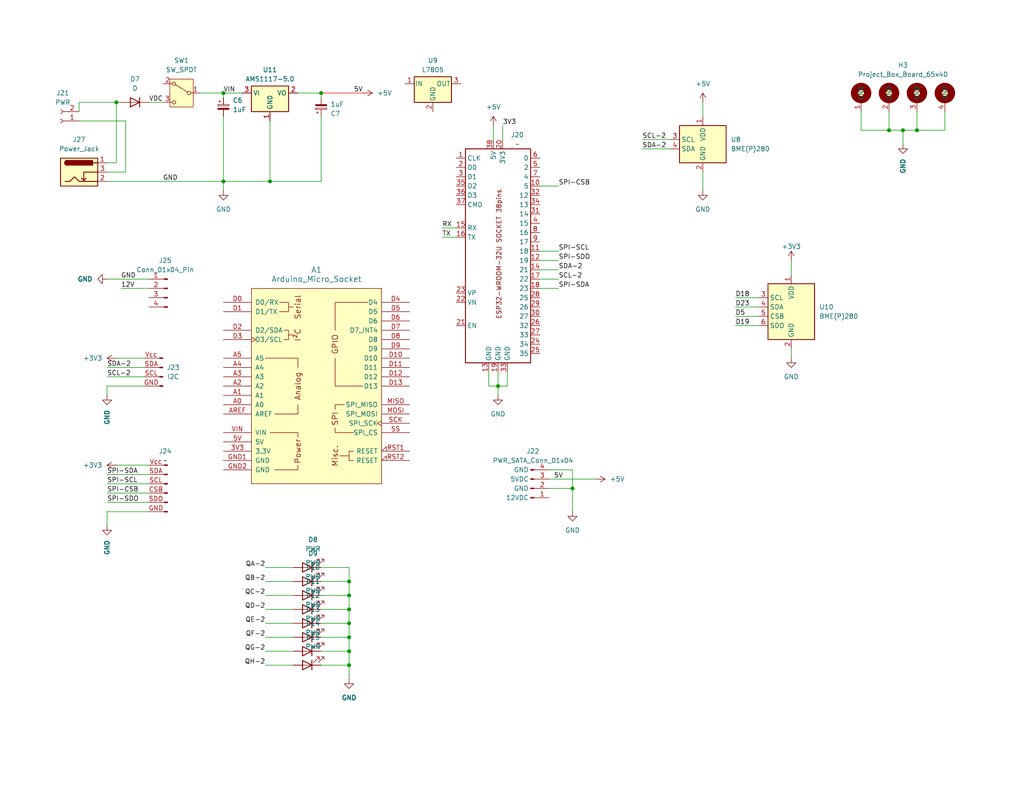
<source format=kicad_sch>
(kicad_sch (version 20231120) (generator "eeschema") (generator_version "8.0")
  (paper "USLetter")
  (title_block (title "ESP32 Sensor Node") (date "2024-07-03") (rev "v2.0") (comment 1 "ESP32-WROOM-32U DevKit"))
  (lib_symbols
    (symbol "+3V3_2" (power) (pin_numbers hide) (pin_names (offset 0) hide)
      (property "Value" "+3V3" (at 0 3.556 0))
      (symbol "+3V3_2_0_1"
        (polyline (pts (xy -0.762 1.27) (xy 0 2.54)))
        (polyline (pts (xy 0 0) (xy 0 2.54)))
        (polyline (pts (xy 0 2.54) (xy 0.762 1.27)))
      )
      (symbol "+3V3_2_1_1"
        (pin power_in line (at 0 0 90) (length 0) (name "~") (number "1"))
      )
    )
    (symbol "+5V_2" (power) (pin_numbers hide) (pin_names (offset 0) hide)
      (property "Value" "+5V" (at 0 3.556 0))
      (symbol "+5V_2_0_1"
        (polyline (pts (xy -0.762 1.27) (xy 0 2.54)))
        (polyline (pts (xy 0 0) (xy 0 2.54)))
        (polyline (pts (xy 0 2.54) (xy 0.762 1.27)))
      )
      (symbol "+5V_2_1_1"
        (pin power_in line (at 0 0 90) (length 0) (name "~") (number "1"))
      )
    )
    (symbol "Alexander Symbol Library:BME(P)280"
      (property "Reference" "U" (at -7.62 10.16 0))
      (property "Value" "BME(P)280" (at 5.08 10.16 0))
      (symbol "BME(P)280_0_1"
        (rectangle (start -7.62 7.62) (end 5.08 -2.54) (stroke (width 0.254)) (fill (type background)))
      )
      (symbol "BME(P)280_1_1"
        (pin power_in line (at -1.27 10.16 270) (length 2.54) (name "VDD") (number "1"))
        (pin power_out line (at -1.27 -5.08 90) (length 2.54) (name "GND") (number "2"))
        (pin input line (at -10.16 3.81 0) (length 2.54) (name "SCL") (number "3"))
        (pin bidirectional line (at -10.16 1.27 0) (length 2.54) (name "SDA") (number "4"))
      )
    )
    (symbol "Alexander Symbol Library:ESP32-WROOM-32U-38pins"
      (property "Reference" "J20" (at 13.6241 62.23 0))
      (property "Value" "~" (at 13.6241 59.69 0))
      (symbol "ESP32-WROOM-32U-38pins_0_1"
        (rectangle (start 0 58.42) (end 17.78 0) (stroke (width 0.254)))
      )
      (symbol "ESP32-WROOM-32U-38pins_1_1"
        (text "ESP32-WROOM-32U SOCKET 38pins" (at 9.144 29.718 900) (effects (font (size 1.27 1.27))))
        (pin input line (at -2.54 55.88 0) (length 2.54) (name "CLK") (number "1"))
        (pin bidirectional line (at 20.32 48.26 180) (length 2.54) (name "5") (number "10"))
        (pin bidirectional line (at 20.32 30.48 180) (length 2.54) (name "18") (number "11"))
        (pin bidirectional line (at 20.32 27.94 180) (length 2.54) (name "19") (number "12"))
        (pin power_out line (at 6.35 -2.54 90) (length 2.54) (name "GND") (number "13"))
        (pin bidirectional line (at 20.32 25.4 180) (length 2.54) (name "21") (number "14"))
        (pin bidirectional line (at -2.54 36.83 0) (length 2.54) (name "RX") (number "15"))
        (pin bidirectional line (at -2.54 34.29 0) (length 2.54) (name "TX") (number "16"))
        (pin bidirectional line (at 20.32 22.86 180) (length 2.54) (name "22") (number "17"))
        (pin bidirectional line (at 20.32 20.32 180) (length 2.54) (name "23") (number "18"))
        (pin power_out line (at 8.89 -2.54 90) (length 2.54) (name "GND") (number "19"))
        (pin bidirectional line (at -2.54 53.34 0) (length 2.54) (name "D0") (number "2"))
        (pin power_in line (at 10.16 60.96 270) (length 2.54) (name "3V3") (number "20"))
        (pin bidirectional line (at -2.54 10.16 0) (length 2.54) (name "EN") (number "21"))
        (pin bidirectional line (at -2.54 16.51 0) (length 2.54) (name "VN") (number "22"))
        (pin bidirectional line (at -2.54 19.05 0) (length 2.54) (name "VP") (number "23"))
        (pin bidirectional line (at 20.32 5.08 180) (length 2.54) (name "34") (number "24"))
        (pin bidirectional line (at 20.32 2.54 180) (length 2.54) (name "35") (number "25"))
        (pin bidirectional line (at 20.32 10.16 180) (length 2.54) (name "32") (number "26"))
        (pin bidirectional line (at 20.32 7.62 180) (length 2.54) (name "33") (number "27"))
        (pin bidirectional line (at 20.32 17.78 180) (length 2.54) (name "25") (number "28"))
        (pin bidirectional line (at 20.32 15.24 180) (length 2.54) (name "26") (number "29"))
        (pin bidirectional line (at -2.54 50.8 0) (length 2.54) (name "D1") (number "3"))
        (pin bidirectional line (at 20.32 12.7 180) (length 2.54) (name "27") (number "30"))
        (pin bidirectional line (at 20.32 40.64 180) (length 2.54) (name "14") (number "31"))
        (pin bidirectional line (at 20.32 45.72 180) (length 2.54) (name "12") (number "32"))
        (pin power_out line (at 11.43 -2.54 90) (length 2.54) (name "GND") (number "33"))
        (pin bidirectional line (at 20.32 43.18 180) (length 2.54) (name "13") (number "34"))
        (pin bidirectional line (at -2.54 48.26 0) (length 2.54) (name "D2") (number "35"))
        (pin bidirectional line (at -2.54 45.72 0) (length 2.54) (name "D3") (number "36"))
        (pin bidirectional line (at -2.54 43.18 0) (length 2.54) (name "CMD") (number "37"))
        (pin power_in line (at 7.62 60.96 270) (length 2.54) (name "5V") (number "38"))
        (pin bidirectional line (at 20.32 38.1 180) (length 2.54) (name "15") (number "4"))
        (pin bidirectional line (at 20.32 53.34 180) (length 2.54) (name "2") (number "5"))
        (pin bidirectional line (at 20.32 55.88 180) (length 2.54) (name "0") (number "6"))
        (pin bidirectional line (at 20.32 50.8 180) (length 2.54) (name "4") (number "7"))
        (pin bidirectional line (at 20.32 35.56 180) (length 2.54) (name "16") (number "8"))
        (pin bidirectional line (at 20.32 33.02 180) (length 2.54) (name "17") (number "9"))
      )
    )
    (symbol "Alexander_Library_Symbols:BME(P)280"
      (property "Reference" "U" (at -7.62 10.16 0))
      (property "Value" "BME(P)280" (at 5.08 10.16 0))
      (symbol "BME(P)280_0_1"
        (rectangle (start -7.62 7.62) (end 5.08 -7.62) (stroke (width 0.254)) (fill (type background)))
      )
      (symbol "BME(P)280_1_1"
        (pin power_in line (at -1.27 10.16 270) (length 2.54) (name "VDD") (number "1"))
        (pin power_out line (at -1.27 -10.16 90) (length 2.54) (name "GND") (number "2"))
        (pin input line (at -10.16 3.81 0) (length 2.54) (name "SCL") (number "3"))
        (pin bidirectional line (at -10.16 1.27 0) (length 2.54) (name "SDA") (number "4"))
        (pin input line (at -10.16 -1.27 0) (length 2.54) (name "CSB") (number "5"))
        (pin input line (at -10.16 -3.81 0) (length 2.54) (name "SDO") (number "6"))
      )
    )
    (symbol "Alexander_Library_Symbols:Conn_I2C_01x04" (pin_names (offset 1.016) hide)
      (property "Reference" "J" (at 0 5.08 0))
      (property "Value" "I2C" (at 0 -7.62 0))
      (symbol "Conn_I2C_01x04_1_1"
        (polyline (pts (xy 1.27 -5.08) (xy 0.8636 -5.08)) (stroke (width 0.1524)))
        (polyline (pts (xy 1.27 -2.54) (xy 0.8636 -2.54)) (stroke (width 0.1524)))
        (polyline (pts (xy 1.27 0) (xy 0.8636 0)) (stroke (width 0.1524)))
        (polyline (pts (xy 1.27 2.54) (xy 0.8636 2.54)) (stroke (width 0.1524)))
        (rectangle (start 0.8636 -4.953) (end 0 -5.207) (stroke (width 0.1524)) (fill (type outline)))
        (rectangle (start 0.8636 -2.413) (end 0 -2.667) (stroke (width 0.1524)) (fill (type outline)))
        (rectangle (start 0.8636 0.127) (end 0 -0.127) (stroke (width 0.1524)) (fill (type outline)))
        (rectangle (start 0.8636 2.667) (end 0 2.413) (stroke (width 0.1524)) (fill (type outline)))
        (pin power_out line (at 5.08 -5.08 180) (length 3.81) (name "GND") (number "GND"))
        (pin bidirectional line (at 5.08 -2.54 180) (length 3.81) (name "SCL") (number "SCL"))
        (pin bidirectional line (at 5.08 0 180) (length 3.81) (name "SDA") (number "SDA"))
        (pin power_in line (at 5.08 2.54 180) (length 3.81) (name "VCC") (number "Vcc"))
      )
    )
    (symbol "Alexander_Library_Symbols:PWR_SATA_Conn_01x04" (pin_names (offset 1.778)) (exclude_from_sim yes)
      (property "Reference" "J" (at 0 -7.62 0))
      (property "Value" "PWR_SATA_Conn_01x04" (at 0 5.08 0))
      (symbol "PWR_SATA_Conn_01x04_1_1"
        (rectangle (start 0 -4.953) (end 0.8636 -5.207) (stroke (width 0.1524)) (fill (type outline)))
        (rectangle (start 0 -2.413) (end 0.8636 -2.667) (stroke (width 0.1524)) (fill (type outline)))
        (polyline (pts (xy 1.27 -5.08) (xy 0.8636 -5.08)) (stroke (width 0.1524)))
        (polyline (pts (xy 1.27 -2.54) (xy 0.8636 -2.54)) (stroke (width 0.1524)))
        (polyline (pts (xy 1.27 0) (xy 0.8636 0)) (stroke (width 0.1524)))
        (polyline (pts (xy 1.27 2.54) (xy 0.8636 2.54)) (stroke (width 0.1524)))
        (rectangle (start 0 0.127) (end 0.8636 -0.127) (stroke (width 0.1524)) (fill (type outline)))
        (rectangle (start 0 2.667) (end 0.8636 2.413) (stroke (width 0.1524)) (fill (type outline)))
        (pin passive line (at 5.08 -5.08 180) (length 3.81) (name "12VDC") (number "1"))
        (pin passive line (at 5.08 -2.54 180) (length 3.81) (name "GND") (number "2"))
        (pin passive line (at 5.08 0 180) (length 3.81) (name "5VDC") (number "3"))
        (pin passive line (at 5.08 2.54 180) (length 3.81) (name "GND") (number "4"))
      )
    )
    (symbol "Alexander_Library_Symbols:Project_Box_Board_65x40"
      (property "Reference" "H" (at 0 7.62 0))
      (property "Value" "Project_Box_Board_65x40" (at 0 5.08 0))
      (symbol "Project_Box_Board_65x40_0_1"
        (circle (center -11.43 -1.27) (radius 1.27) (fill (type background)))
        (circle (center -11.43 -1.27) (radius 1.7961) (stroke (width 2)))
        (circle (center -3.81 -1.27) (radius 1.27) (fill (type background)))
        (circle (center -3.81 -1.27) (radius 1.7961) (stroke (width 2)))
        (circle (center 3.81 -1.27) (radius 1.27) (fill (type background)))
        (circle (center 3.81 -1.27) (radius 1.7961) (stroke (width 2)))
        (circle (center 11.43 -1.27) (radius 1.27) (fill (type background)))
        (circle (center 11.43 -1.27) (radius 1.7961) (stroke (width 2)))
      )
      (symbol "Project_Box_Board_65x40_1_1"
        (pin passive line (at -11.43 -6.35 90) (length 2.54) (name "GND") (number "1"))
        (pin passive line (at -3.81 -6.35 90) (length 2.54) (name "GND") (number "2"))
        (pin passive line (at 3.81 -6.35 90) (length 2.54) (name "GND") (number "3"))
        (pin passive line (at 11.43 -6.35 90) (length 2.54) (name "GND") (number "4"))
      )
    )
    (symbol "Alexander_Library_Symbols:SW_SPDT" (pin_names (offset 0) hide)
      (property "Reference" "SW" (at 0 5.08 0))
      (property "Value" "SW_SPDT" (at 0 -5.08 0))
      (symbol "SW_SPDT_0_1"
        (circle (center -2.032 0) (radius 0.4572))
        (polyline (pts (xy -1.651 0.254) (xy 1.651 2.286)))
        (circle (center 2.032 -2.54) (radius 0.4572))
        (circle (center 2.032 2.54) (radius 0.4572))
      )
      (symbol "SW_SPDT_1_1"
        (rectangle (start -3.175 3.81) (end 3.175 -3.81) (fill (type background)))
        (pin passive line (at -5.08 0 0) (length 2.54) (name "COM") (number "1"))
        (pin passive line (at 5.08 2.54 180) (length 2.54) (name "A") (number "2"))
        (pin passive line (at 5.08 -2.54 180) (length 2.54) (name "B") (number "3"))
      )
    )
    (symbol "Conn_01x04_Pin_1" (pin_names (offset 1.016) hide)
      (property "Reference" "J" (at 0 5.08 0))
      (property "Value" "Conn_01x04_Pin" (at 0 -7.62 0))
      (symbol "Conn_01x04_Pin_1_1_1"
        (polyline (pts (xy 1.27 -5.08) (xy 0.8636 -5.08)) (stroke (width 0.1524)))
        (polyline (pts (xy 1.27 -2.54) (xy 0.8636 -2.54)) (stroke (width 0.1524)))
        (polyline (pts (xy 1.27 0) (xy 0.8636 0)) (stroke (width 0.1524)))
        (polyline (pts (xy 1.27 2.54) (xy 0.8636 2.54)) (stroke (width 0.1524)))
        (rectangle (start 0.8636 -4.953) (end 0 -5.207) (stroke (width 0.1524)) (fill (type outline)))
        (rectangle (start 0.8636 -2.413) (end 0 -2.667) (stroke (width 0.1524)) (fill (type outline)))
        (rectangle (start 0.8636 0.127) (end 0 -0.127) (stroke (width 0.1524)) (fill (type outline)))
        (rectangle (start 0.8636 2.667) (end 0 2.413) (stroke (width 0.1524)) (fill (type outline)))
        (pin passive line (at 5.08 2.54 180) (length 3.81) (name "Pin_1") (number "1"))
        (pin passive line (at 5.08 0 180) (length 3.81) (name "Pin_2") (number "2"))
        (pin passive line (at 5.08 -2.54 180) (length 3.81) (name "Pin_3") (number "3"))
        (pin passive line (at 5.08 -5.08 180) (length 3.81) (name "Pin_4") (number "4"))
      )
    )
    (symbol "Conn_SPI_1" (pin_names hide)
      (property "Reference" "J" (at 0 0 0))
      (symbol "Conn_SPI_1_1_1"
        (polyline (pts (xy 1.27 5.08) (xy 0.8636 5.08)) (stroke (width 0.1524)))
        (polyline (pts (xy 1.27 7.62) (xy 0.8636 7.62)) (stroke (width 0.1524)))
        (polyline (pts (xy 1.27 10.16) (xy 0.8636 10.16)) (stroke (width 0.1524)))
        (polyline (pts (xy 1.27 12.7) (xy 0.8636 12.7)) (stroke (width 0.1524)))
        (polyline (pts (xy 1.27 15.24) (xy 0.8636 15.24)) (stroke (width 0.1524)))
        (polyline (pts (xy 1.27 17.78) (xy 0.8636 17.78)) (stroke (width 0.1524)))
        (rectangle (start 0 10.287) (end 0.8636 10.033) (stroke (width 0.1524)) (fill (type outline)))
        (rectangle (start 0 12.827) (end 0.8636 12.573) (stroke (width 0.1524)) (fill (type outline)))
        (rectangle (start 0.8636 5.207) (end 0 4.953) (stroke (width 0.1524)) (fill (type outline)))
        (rectangle (start 0.8636 7.747) (end 0 7.493) (stroke (width 0.1524)) (fill (type outline)))
        (rectangle (start 0.8636 15.367) (end 0 15.113) (stroke (width 0.1524)) (fill (type outline)))
        (rectangle (start 0.8636 17.907) (end 0 17.653) (stroke (width 0.1524)) (fill (type outline)))
        (pin bidirectional line (at 5.08 10.16 180) (length 3.81) (name "CSB") (number "CSB"))
        (pin power_out line (at 5.08 5.08 180) (length 3.81) (name "GND") (number "GND"))
        (pin bidirectional line (at 5.08 12.7 180) (length 3.81) (name "SCL") (number "SCL"))
        (pin bidirectional line (at 5.08 15.24 180) (length 3.81) (name "SDA") (number "SDA"))
        (pin bidirectional line (at 5.08 7.62 180) (length 3.81) (name "SDO") (number "SDO"))
        (pin power_in line (at 5.08 17.78 180) (length 3.81) (name "VCC") (number "Vcc"))
      )
    )
    (symbol "Connector:Barrel_Jack_Switch" (pin_names hide)
      (property "Reference" "J" (at 0 5.334 0))
      (property "Value" "Barrel_Jack_Switch" (at 0 -5.08 0))
      (symbol "Barrel_Jack_Switch_0_1"
        (rectangle (start -5.08 3.81) (end 5.08 -3.81) (stroke (width 0.254)) (fill (type background)))
        (arc (start -3.302 3.175) (mid -3.9343 2.54) (end -3.302 1.905) (stroke (width 0.254)))
        (arc (start -3.302 3.175) (mid -3.9343 2.54) (end -3.302 1.905) (stroke (width 0.254)) (fill (type outline)))
        (polyline (pts (xy 1.27 -2.286) (xy 1.905 -1.651)) (stroke (width 0.254)))
        (polyline (pts (xy 5.08 2.54) (xy 3.81 2.54)) (stroke (width 0.254)))
        (polyline (pts (xy 5.08 0) (xy 1.27 0) (xy 1.27 -2.286) (xy 0.635 -1.651)) (stroke (width 0.254)))
        (polyline (pts (xy -3.81 -2.54) (xy -2.54 -2.54) (xy -1.27 -1.27) (xy 0 -2.54) (xy 2.54 -2.54) (xy 5.08 -2.54)) (stroke (width 0.254)))
        (rectangle (start 3.683 3.175) (end -3.302 1.905) (stroke (width 0.254)) (fill (type outline)))
      )
      (symbol "Barrel_Jack_Switch_1_1"
        (pin passive line (at 7.62 2.54 180) (length 2.54) (name "~") (number "1"))
        (pin passive line (at 7.62 -2.54 180) (length 2.54) (name "~") (number "2"))
        (pin passive line (at 7.62 0 180) (length 2.54) (name "~") (number "3"))
      )
    )
    (symbol "Connector:Conn_01x02_Socket" (pin_names (offset 1.016) hide)
      (property "Reference" "J" (at 0 2.54 0))
      (property "Value" "Conn_01x02_Socket" (at 0 -5.08 0))
      (symbol "Conn_01x02_Socket_1_1"
        (arc (start 0 -2.032) (mid -0.5058 -2.54) (end 0 -3.048) (stroke (width 0.1524)))
        (polyline (pts (xy -1.27 -2.54) (xy -0.508 -2.54)) (stroke (width 0.1524)))
        (polyline (pts (xy -1.27 0) (xy -0.508 0)) (stroke (width 0.1524)))
        (arc (start 0 0.508) (mid -0.5058 0) (end 0 -0.508) (stroke (width 0.1524)))
        (pin passive line (at -5.08 0 0) (length 3.81) (name "Pin_1") (number "1"))
        (pin passive line (at -5.08 -2.54 0) (length 3.81) (name "Pin_2") (number "2"))
      )
    )
    (symbol "Device:C_Polarized_Small" (pin_numbers hide) (pin_names (offset 0.254) hide)
      (property "Reference" "C" (at 0.254 1.778 0))
      (property "Value" "C_Polarized_Small" (at 0.254 -2.032 0))
      (symbol "C_Polarized_Small_0_1"
        (rectangle (start -1.524 -0.3048) (end 1.524 -0.6858) (fill (type outline)))
        (rectangle (start -1.524 0.6858) (end 1.524 0.3048))
        (polyline (pts (xy -1.27 1.524) (xy -0.762 1.524)))
        (polyline (pts (xy -1.016 1.27) (xy -1.016 1.778)))
      )
      (symbol "C_Polarized_Small_1_1"
        (pin passive line (at 0 2.54 270) (length 1.8542) (name "~") (number "1"))
        (pin passive line (at 0 -2.54 90) (length 1.8542) (name "~") (number "2"))
      )
    )
    (symbol "Device:D" (pin_numbers hide) (pin_names (offset 1.016) hide)
      (property "Reference" "D" (at 0 2.54 0))
      (property "Value" "D" (at 0 -2.54 0))
      (symbol "D_0_1"
        (polyline (pts (xy -1.27 1.27) (xy -1.27 -1.27)) (stroke (width 0.254)))
        (polyline (pts (xy 1.27 0) (xy -1.27 0)))
        (polyline (pts (xy 1.27 1.27) (xy 1.27 -1.27) (xy -1.27 0) (xy 1.27 1.27)) (stroke (width 0.254)))
      )
      (symbol "D_1_1"
        (pin passive line (at -3.81 0 0) (length 2.54) (name "K") (number "1"))
        (pin passive line (at 3.81 0 180) (length 2.54) (name "A") (number "2"))
      )
    )
    (symbol "Device:LED" (pin_numbers hide) (pin_names (offset 1.016) hide)
      (property "Reference" "D" (at 0 2.54 0))
      (property "Value" "LED" (at 0 -2.54 0))
      (symbol "LED_0_1"
        (polyline (pts (xy -1.27 -1.27) (xy -1.27 1.27)) (stroke (width 0.254)))
        (polyline (pts (xy -1.27 0) (xy 1.27 0)))
        (polyline (pts (xy 1.27 -1.27) (xy 1.27 1.27) (xy -1.27 0) (xy 1.27 -1.27)) (stroke (width 0.254)))
        (polyline (pts (xy -3.048 -0.762) (xy -4.572 -2.286) (xy -3.81 -2.286) (xy -4.572 -2.286) (xy -4.572 -1.524)))
        (polyline (pts (xy -1.778 -0.762) (xy -3.302 -2.286) (xy -2.54 -2.286) (xy -3.302 -2.286) (xy -3.302 -1.524)))
      )
      (symbol "LED_1_1"
        (pin passive line (at -3.81 0 0) (length 2.54) (name "K") (number "1"))
        (pin passive line (at 3.81 0 180) (length 2.54) (name "A") (number "2"))
      )
    )
    (symbol "GND_4" (power) (pin_numbers hide) (pin_names (offset 0) hide)
      (property "Value" "GND" (at 0 -3.81 0))
      (symbol "GND_4_0_1"
        (polyline (pts (xy 0 0) (xy 0 -1.27) (xy 1.27 -1.27) (xy 0 -2.54) (xy -1.27 -1.27) (xy 0 -1.27)))
      )
      (symbol "GND_4_1_1"
        (pin power_in line (at 0 0 270) (length 0) (name "~") (number "1"))
      )
    )
    (symbol "GND_7" (power) (pin_numbers hide) (pin_names (offset 0) hide)
      (property "Value" "GND" (at 0 -3.81 0))
      (symbol "GND_7_0_1"
        (polyline (pts (xy 0 0) (xy 0 -1.27) (xy 1.27 -1.27) (xy 0 -2.54) (xy -1.27 -1.27) (xy 0 -1.27)))
      )
      (symbol "GND_7_1_1"
        (pin power_in line (at 0 0 270) (length 0) (name "~") (number "1"))
      )
    )
    (symbol "PCM_arduino-library:Arduino_Micro_Socket" (pin_names (offset 1.016))
      (property "Reference" "A" (at 0 33.02 0))
      (property "Value" "Arduino_Micro_Socket" (at 0 29.21 0))
      (symbol "Arduino_Micro_Socket_0_0"
        (rectangle (start -17.78 26.67) (end 17.78 -26.67) (fill (type background)))
        (polyline (pts (xy -7.62 13.97) (xy -6.35 13.97)))
        (polyline (pts (xy -7.62 21.59) (xy -6.35 21.59)))
        (polyline (pts (xy 8.89 -19.05) (xy 6.35 -19.05)))
        (polyline (pts (xy -11.43 -22.86) (xy -5.08 -22.86) (xy -5.08 -21.59)))
        (polyline (pts (xy -5.08 -13.97) (xy -5.08 -12.7) (xy -12.7 -12.7)))
        (polyline (pts (xy -5.08 -5.08) (xy -5.08 -7.62) (xy -11.43 -7.62)))
        (polyline (pts (xy -5.08 5.08) (xy -5.08 7.62) (xy -13.97 7.62)))
        (polyline (pts (xy 5.08 -11.43) (xy 5.08 -12.7) (xy 10.16 -12.7)))
        (polyline (pts (xy 5.08 7.62) (xy 5.08 0) (xy 12.7 0)))
        (polyline (pts (xy 7.62 -5.08) (xy 5.08 -5.08) (xy 5.08 -6.35)))
        (polyline (pts (xy 13.97 22.86) (xy 5.08 22.86) (xy 5.08 15.24)))
        (polyline (pts (xy -10.16 22.86) (xy -7.62 22.86) (xy -7.62 20.32) (xy -10.16 20.32)))
        (polyline (pts (xy -8.89 15.24) (xy -7.62 15.24) (xy -7.62 12.7) (xy -8.89 12.7)))
        (text "Analog" (at -5.08 0 900) (effects (font (size 1.524 1.524))))
        (text "I²C" (at -5.08 13.97 900) (effects (font (size 1.524 1.524))))
        (text "Misc." (at 5.08 -19.05 900) (effects (font (size 1.524 1.524))))
        (text "Power" (at -5.08 -17.78 900) (effects (font (size 1.524 1.524))))
        (text "Serial" (at -5.08 21.59 900) (effects (font (size 1.524 1.524))))
        (text "SPI" (at 5.08 -8.89 900) (effects (font (size 1.524 1.524))))
      )
      (symbol "Arduino_Micro_Socket_0_1"
        (polyline (pts (xy 10.16 -17.78) (xy 8.89 -17.78) (xy 8.89 -20.32) (xy 10.16 -20.32)))
      )
      (symbol "Arduino_Micro_Socket_1_0"
        (text "GPIO" (at 5.08 11.43 900) (effects (font (size 1.524 1.524))))
      )
      (symbol "Arduino_Micro_Socket_1_1"
        (pin power_out line (at -25.4 -17.78 0) (length 7.62) (name "3.3V") (number "3V3"))
        (pin power_in line (at -25.4 -15.24 0) (length 7.62) (name "5V") (number "5V"))
        (pin bidirectional line (at -25.4 -5.08 0) (length 7.62) (name "A0") (number "A0"))
        (pin bidirectional line (at -25.4 -2.54 0) (length 7.62) (name "A1") (number "A1"))
        (pin bidirectional line (at -25.4 0 0) (length 7.62) (name "A2") (number "A2"))
        (pin bidirectional line (at -25.4 2.54 0) (length 7.62) (name "A3") (number "A3"))
        (pin bidirectional line (at -25.4 5.08 0) (length 7.62) (name "A4") (number "A4"))
        (pin bidirectional line (at -25.4 7.62 0) (length 7.62) (name "A5") (number "A5"))
        (pin input line (at -25.4 -7.62 0) (length 7.62) (name "AREF") (number "AREF"))
        (pin bidirectional line (at -25.4 22.86 0) (length 7.62) (name "D0/RX") (number "D0"))
        (pin bidirectional line (at -25.4 20.32 0) (length 7.62) (name "D1/TX") (number "D1"))
        (pin bidirectional line (at 25.4 7.62 180) (length 7.62) (name "D10") (number "D10"))
        (pin bidirectional line (at 25.4 5.08 180) (length 7.62) (name "D11") (number "D11"))
        (pin bidirectional line (at 25.4 2.54 180) (length 7.62) (name "D12") (number "D12"))
        (pin bidirectional line (at 25.4 0 180) (length 7.62) (name "D13") (number "D13"))
        (pin bidirectional line (at -25.4 15.24 0) (length 7.62) (name "D2/SDA") (number "D2"))
        (pin bidirectional clock (at -25.4 12.7 0) (length 7.62) (name "D3/SCL") (number "D3"))
        (pin bidirectional line (at 25.4 22.86 180) (length 7.62) (name "D4") (number "D4"))
        (pin bidirectional line (at 25.4 20.32 180) (length 7.62) (name "D5") (number "D5"))
        (pin bidirectional line (at 25.4 17.78 180) (length 7.62) (name "D6") (number "D6"))
        (pin bidirectional line (at 25.4 15.24 180) (length 7.62) (name "D7_INT4") (number "D7"))
        (pin bidirectional line (at 25.4 12.7 180) (length 7.62) (name "D8") (number "D8"))
        (pin bidirectional line (at 25.4 10.16 180) (length 7.62) (name "D9") (number "D9"))
        (pin power_in line (at -25.4 -20.32 0) (length 7.62) (name "GND") (number "GND1"))
        (pin power_in line (at -25.4 -22.86 0) (length 7.62) (name "GND") (number "GND2"))
        (pin input line (at 25.4 -5.08 180) (length 7.62) (name "SPI_MISO") (number "MISO"))
        (pin output line (at 25.4 -7.62 180) (length 7.62) (name "SPI_MOSI") (number "MOSI"))
        (pin open_collector input_low (at 25.4 -17.78 180) (length 7.62) (name "RESET") (number "RST1"))
        (pin open_collector input_low (at 25.4 -20.32 180) (length 7.62) (name "RESET") (number "RST2"))
        (pin output clock (at 25.4 -10.16 180) (length 7.62) (name "SPI_SCK") (number "SCK"))
        (pin bidirectional line (at 25.4 -12.7 180) (length 7.62) (name "SPI_CS") (number "SS"))
        (pin power_in line (at -25.4 -12.7 0) (length 7.62) (name "VIN") (number "VIN"))
      )
    )
    (symbol "Regulator_Linear:AMS1117-5.0"
      (property "Reference" "U" (at -3.81 3.175 0))
      (property "Value" "AMS1117-5.0" (at 0 3.175 0))
      (symbol "AMS1117-5.0_0_1"
        (rectangle (start -5.08 -5.08) (end 5.08 1.905) (stroke (width 0.254)) (fill (type background)))
      )
      (symbol "AMS1117-5.0_1_1"
        (pin power_in line (at 0 -7.62 90) (length 2.54) (name "GND") (number "1"))
        (pin power_out line (at 7.62 0 180) (length 2.54) (name "VO") (number "2"))
        (pin power_in line (at -7.62 0 0) (length 2.54) (name "VI") (number "3"))
      )
    )
    (symbol "Regulator_Linear:L7805" (pin_names (offset 0.254))
      (property "Reference" "U4" (at 0 6.35 0))
      (property "Value" "L7805" (at 0 3.81 0))
      (symbol "L7805_0_1"
        (rectangle (start -5.08 1.905) (end 5.08 -5.08) (stroke (width 0.254)) (fill (type background)))
      )
      (symbol "L7805_1_1"
        (pin power_in line (at -7.62 0 0) (length 2.54) (name "IN") (number "1"))
        (pin power_in line (at 0 -7.62 90) (length 2.54) (name "GND") (number "2"))
        (pin power_out line (at 7.62 0 180) (length 2.54) (name "OUT") (number "3"))
      )
    )
    (symbol "power:+3V3" (power) (pin_names (offset 0))
      (property "Value" "+3V3" (at 0 3.556 0))
      (symbol "+3V3_0_1"
        (polyline (pts (xy -0.762 1.27) (xy 0 2.54)))
        (polyline (pts (xy 0 0) (xy 0 2.54)))
        (polyline (pts (xy 0 2.54) (xy 0.762 1.27)))
      )
      (symbol "+3V3_1_1"
        (pin power_in line (at 0 0 90) (length 0) hide (name "+3V3") (number "1"))
      )
    )
    (symbol "power:GND" (power) (pin_names (offset 0))
      (property "Value" "GND" (at 0 -3.81 0))
      (symbol "GND_0_1"
        (polyline (pts (xy 0 0) (xy 0 -1.27) (xy 1.27 -1.27) (xy 0 -2.54) (xy -1.27 -1.27) (xy 0 -1.27)))
      )
      (symbol "GND_1_1"
        (pin power_in line (at 0 0 270) (length 0) hide (name "GND") (number "1"))
      )
    )
  )
  (junction (at 95.25 158.75))
  (junction (at 95.25 166.37))
  (junction (at 242.57 35.56))
  (junction (at 95.25 162.56))
  (junction (at 87.63 25.4))
  (junction (at 95.25 177.8))
  (junction (at 250.19 35.56))
  (junction (at 135.89 105.41))
  (junction (at 156.21 133.35))
  (junction (at 31.75 27.94))
  (junction (at 95.25 173.99))
  (junction (at 95.25 181.61))
  (junction (at 95.25 170.18))
  (junction (at 60.96 49.53))
  (junction (at 73.66 49.53))
  (junction (at 246.38 35.56))
  (junction (at 60.96 25.4))
  (wire (pts (xy 29.21 134.62) (xy 40.64 134.62)))
  (wire (pts (xy 147.32 68.58) (xy 152.4 68.58)))
  (wire (pts (xy 95.25 181.61) (xy 95.25 185.42)))
  (wire (pts (xy 147.32 78.74) (xy 152.4 78.74)))
  (wire (pts (xy 87.63 166.37) (xy 95.25 166.37)))
  (wire (pts (xy 95.25 173.99) (xy 95.25 177.8)))
  (wire (pts (xy 73.66 49.53) (xy 73.66 33.02)))
  (wire (pts (xy 200.66 83.82) (xy 207.01 83.82)))
  (wire (pts (xy 60.96 25.4) (xy 66.04 25.4)))
  (wire (pts (xy 95.25 154.94) (xy 95.25 158.75)))
  (wire (pts (xy 246.38 39.37) (xy 246.38 35.56)))
  (wire (pts (xy 29.21 76.2) (xy 40.64 76.2)))
  (wire (pts (xy 134.62 34.29) (xy 134.62 38.1)))
  (wire (pts (xy 257.81 35.56) (xy 250.19 35.56)))
  (wire (pts (xy 147.32 50.8) (xy 152.4 50.8)))
  (wire (pts (xy 72.39 166.37) (xy 80.01 166.37)))
  (wire (pts (xy 133.35 105.41) (xy 135.89 105.41)))
  (wire (pts (xy 120.65 64.77) (xy 124.46 64.77)))
  (wire (pts (xy 147.32 76.2) (xy 152.4 76.2)))
  (wire (pts (xy 87.63 49.53) (xy 73.66 49.53)))
  (wire (pts (xy 257.81 30.48) (xy 257.81 35.56)))
  (wire (pts (xy 29.21 137.16) (xy 40.64 137.16)))
  (wire (pts (xy 72.39 181.61) (xy 80.01 181.61)))
  (wire (pts (xy 147.32 73.66) (xy 152.4 73.66)))
  (wire (pts (xy 191.77 46.99) (xy 191.77 52.07)))
  (wire (pts (xy 34.29 33.02) (xy 34.29 46.99)))
  (wire (pts (xy 135.89 105.41) (xy 135.89 107.95)))
  (wire (pts (xy 87.63 181.61) (xy 95.25 181.61)))
  (wire (pts (xy 60.96 52.07) (xy 60.96 49.53)))
  (wire (pts (xy 60.96 26.67) (xy 60.96 25.4)))
  (wire (pts (xy 72.39 158.75) (xy 80.01 158.75)))
  (wire (pts (xy 95.25 177.8) (xy 95.25 181.61)))
  (wire (pts (xy 215.9 95.25) (xy 215.9 97.79)))
  (wire (pts (xy 133.35 101.6) (xy 133.35 105.41)))
  (wire (pts (xy 156.21 128.27) (xy 156.21 133.35)))
  (wire (pts (xy 29.21 100.33) (xy 39.37 100.33)))
  (wire (pts (xy 72.39 173.99) (xy 80.01 173.99)))
  (wire (pts (xy 87.63 177.8) (xy 95.25 177.8)))
  (wire (pts (xy 87.63 158.75) (xy 95.25 158.75)))
  (wire (pts (xy 175.26 40.64) (xy 182.88 40.64)))
  (wire (pts (xy 156.21 133.35) (xy 156.21 139.7)))
  (wire (pts (xy 200.66 88.9) (xy 207.01 88.9)))
  (wire (pts (xy 149.86 130.81) (xy 162.56 130.81)))
  (wire (pts (xy 138.43 105.41) (xy 135.89 105.41)))
  (wire (pts (xy 29.21 44.45) (xy 31.75 44.45)))
  (wire (pts (xy 29.21 107.95) (xy 29.21 105.41)))
  (wire (pts (xy 21.59 30.48) (xy 21.59 27.94)))
  (wire (pts (xy 81.28 25.4) (xy 87.63 25.4)))
  (wire (pts (xy 87.63 25.4) (xy 87.63 26.67)))
  (wire (pts (xy 242.57 30.48) (xy 242.57 35.56)))
  (wire (pts (xy 34.29 46.99) (xy 29.21 46.99)))
  (wire (pts (xy 87.63 31.75) (xy 87.63 49.53)))
  (wire (pts (xy 31.75 44.45) (xy 31.75 27.94)))
  (wire (pts (xy 21.59 33.02) (xy 34.29 33.02)))
  (wire (pts (xy 60.96 49.53) (xy 73.66 49.53)))
  (wire (pts (xy 87.63 25.4) (xy 99.06 25.4)) (stroke (width 0) (color 255 0 0 1)))
  (wire (pts (xy 149.86 133.35) (xy 156.21 133.35)))
  (wire (pts (xy 95.25 166.37) (xy 95.25 170.18)))
  (wire (pts (xy 29.21 139.7) (xy 40.64 139.7)))
  (wire (pts (xy 31.75 97.79) (xy 39.37 97.79)))
  (wire (pts (xy 120.65 62.23) (xy 124.46 62.23)))
  (wire (pts (xy 215.9 71.12) (xy 215.9 74.93)))
  (wire (pts (xy 138.43 101.6) (xy 138.43 105.41)))
  (wire (pts (xy 21.59 27.94) (xy 31.75 27.94)))
  (wire (pts (xy 137.16 34.29) (xy 137.16 38.1)))
  (wire (pts (xy 72.39 162.56) (xy 80.01 162.56)))
  (wire (pts (xy 191.77 27.94) (xy 191.77 31.75)))
  (wire (pts (xy 54.61 25.4) (xy 60.96 25.4)))
  (wire (pts (xy 40.64 27.94) (xy 44.45 27.94)))
  (wire (pts (xy 147.32 71.12) (xy 152.4 71.12)))
  (wire (pts (xy 149.86 128.27) (xy 156.21 128.27)))
  (wire (pts (xy 250.19 35.56) (xy 246.38 35.56)))
  (wire (pts (xy 135.89 101.6) (xy 135.89 105.41)))
  (wire (pts (xy 31.75 127) (xy 40.64 127)))
  (wire (pts (xy 72.39 177.8) (xy 80.01 177.8)))
  (wire (pts (xy 60.96 31.75) (xy 60.96 49.53)))
  (wire (pts (xy 80.01 154.94) (xy 72.39 154.94)))
  (wire (pts (xy 95.25 170.18) (xy 95.25 173.99)))
  (wire (pts (xy 95.25 158.75) (xy 95.25 162.56)))
  (wire (pts (xy 200.66 86.36) (xy 207.01 86.36)))
  (wire (pts (xy 31.75 27.94) (xy 33.02 27.94)))
  (wire (pts (xy 200.66 81.28) (xy 207.01 81.28)))
  (wire (pts (xy 29.21 143.51) (xy 29.21 139.7)))
  (wire (pts (xy 242.57 35.56) (xy 246.38 35.56)))
  (wire (pts (xy 72.39 170.18) (xy 80.01 170.18)))
  (wire (pts (xy 175.26 38.1) (xy 182.88 38.1)))
  (wire (pts (xy 234.95 30.48) (xy 234.95 35.56)))
  (wire (pts (xy 95.25 162.56) (xy 95.25 166.37)))
  (wire (pts (xy 29.21 49.53) (xy 60.96 49.53)))
  (wire (pts (xy 87.63 162.56) (xy 95.25 162.56)))
  (wire (pts (xy 250.19 30.48) (xy 250.19 35.56)))
  (wire (pts (xy 87.63 173.99) (xy 95.25 173.99)))
  (wire (pts (xy 29.21 105.41) (xy 39.37 105.41)))
  (wire (pts (xy 87.63 154.94) (xy 95.25 154.94)))
  (wire (pts (xy 29.21 132.08) (xy 40.64 132.08)))
  (wire (pts (xy 33.02 78.74) (xy 40.64 78.74)))
  (wire (pts (xy 29.21 129.54) (xy 40.64 129.54)))
  (wire (pts (xy 29.21 102.87) (xy 39.37 102.87)))
  (wire (pts (xy 87.63 170.18) (xy 95.25 170.18)))
  (wire (pts (xy 234.95 35.56) (xy 242.57 35.56)))
  (label "SDA-2" (at 175.26 40.64 0))
  (label "SPI-SCL" (at 29.21 132.08 0))
  (label "5V" (at 96.52 25.4 0))
  (label "GND" (at 44.45 49.53 0))
  (label "QG-2" (at 72.39 177.8 180))
  (label "QA-2" (at 72.39 154.94 180))
  (label "SPI-CSB" (at 152.4 50.8 0))
  (label "QH-2" (at 72.39 181.61 180))
  (label "3V3" (at 137.16 34.29 0))
  (label "SCL-2" (at 152.4 76.2 0))
  (label "SPI-SDO" (at 152.4 71.12 0))
  (label "QF-2" (at 72.39 173.99 180))
  (label "VIN" (at 60.96 25.4 0))
  (label "QB-2" (at 72.39 158.75 180))
  (label "SPI-CSB" (at 29.21 134.62 0))
  (label "SPI-SDA" (at 152.4 78.74 0))
  (label "SPI-SDO" (at 29.21 137.16 0))
  (label "5V" (at 151.13 130.81 0))
  (label "SDA-2" (at 29.21 100.33 0))
  (label "D18" (at 200.66 81.28 0))
  (label "QD-2" (at 72.39 166.37 180))
  (label "D5" (at 200.66 86.36 0))
  (label "SCL-2" (at 29.21 102.87 0))
  (label "SDA-2" (at 152.4 73.66 0))
  (label "D23" (at 200.66 83.82 0))
  (label "SCL-2" (at 175.26 38.1 0))
  (label "GND" (at 33.02 76.2 0))
  (label "RX" (at 120.65 62.23 0))
  (label "TX" (at 120.65 64.77 0))
  (label "QE-2" (at 72.39 170.18 180))
  (label "QC-2" (at 72.39 162.56 180))
  (label "D19" (at 200.66 88.9 0))
  (label "SPI-SDA" (at 29.21 129.54 0))
  (label "SPI-SCL" (at 152.4 68.58 0))
  (label "12V" (at 33.02 78.74 0))
  (label "VDC" (at 40.64 27.94 0))
  (symbol (lib_id "Device:LED") (at 83.82 170.18 180) (unit 1) (on_board no)
    (property "Reference" "D12" (at 85.4075 162.56 0))
    (property "Value" "PWR" (at 85.4075 165.1 0))
    (property "Footprint" "LED_SMD:LED_1210_3225Metric_Pad1.42x2.65mm_HandSolder" (effects (hide yes)))
    (property "Description" "Light emitting diode" (effects (hide yes)))
  )
  (symbol (lib_name "GND_4") (lib_id "power:GND") (at 95.25 185.42 0) (unit 1)
    (property "Reference" "#PWR040" (effects (hide yes)))
    (property "Value" "GND" (at 95.25 190.5 0) (effects (font (bold yes))))
    (property "Description" "Power symbol creates a global label with name \"GND\" , ground" (effects (hide yes)))
  )
  (symbol (lib_id "Device:LED") (at 83.82 181.61 180) (unit 1) (on_board no)
    (property "Reference" "D15" (at 85.4075 173.99 0))
    (property "Value" "PWR" (at 85.4075 176.53 0))
    (property "Footprint" "LED_SMD:LED_1210_3225Metric_Pad1.42x2.65mm_HandSolder" (effects (hide yes)))
    (property "Description" "Light emitting diode" (effects (hide yes)))
  )
  (symbol (lib_id "Alexander_Library_Symbols:Conn_I2C_01x04") (at 44.45 100.33 0) (mirror y) (unit 1)
    (property "Reference" "J23" (at 47.244 100.33 0))
    (property "Value" "I2C" (at 47.244 102.87 0))
    (property "Footprint" "Alexander Footprint Library:Conn_I2C" (effects (hide yes)))
  )
  (symbol (lib_id "Alexander Symbol Library:ESP32-WROOM-32U-38pins") (at 127 99.06 0) (unit 1)
    (property "Reference" "J20" (at 139.3541 36.83 0) (effects (justify left)))
    (property "Value" "~" (at 140.6241 39.37 0) (effects (justify left)))
    (property "Footprint" "Alexander Footprint Library:Conn_ESP32_WROOM-DevKit-38pins" (effects (hide yes)))
    (property "Description" "Connector ESP32 WROOM 32D Module 38pins anthena" (effects (hide yes)))
  )
  (symbol (lib_id "Device:C_Polarized_Small") (at 60.96 29.21 0) (unit 1)
    (property "Reference" "C6" (at 63.5 27.3939 0) (effects (justify left)))
    (property "Value" "1uF" (at 63.5 29.9339 0) (effects (justify left)))
    (property "Footprint" "Capacitor_THT:CP_Radial_D4.0mm_P2.00mm" (effects (hide yes)))
  )
  (symbol (lib_id "Device:D") (at 36.83 27.94 180) (unit 1)
    (property "Reference" "D7" (at 36.83 21.59 0))
    (property "Value" "D" (at 36.83 24.13 0))
    (property "Footprint" "Diode_SMD:D_1210_3225Metric" (effects (hide yes)))
    (property "Description" "Diode" (effects (hide yes)))
    (property "Sim.Device" "D" (effects (hide yes)))
    (property "Sim.Pins" "1=K 2=A" (effects (hide yes)))
  )
  (symbol (lib_name "+5V_2") (lib_id "power:+5V") (at 99.06 25.4 270) (unit 1)
    (property "Reference" "#PWR039" (effects (hide yes)))
    (property "Value" "+5V" (at 102.87 25.3999 90) (effects (justify left)))
    (property "Description" "Power symbol creates a global label with name \"+5V\"" (effects (hide yes)))
  )
  (symbol (lib_id "Regulator_Linear:AMS1117-5.0") (at 73.66 25.4 0) (unit 1)
    (property "Reference" "U11" (at 73.66 19.05 0))
    (property "Value" "AMS1117-5.0" (at 73.66 21.59 0))
    (property "Footprint" "Package_TO_SOT_SMD:SOT-223-3_TabPin2" (effects (hide yes)))
    (property "Datasheet" "http://www.advanced-monolithic.com/pdf/ds1117.pdf" (effects (hide yes)))
    (property "Description" "1A Low Dropout regulator, positive, 5.0V fixed output, SOT-223" (effects (hide yes)))
  )
  (symbol (lib_id "power:GND") (at 29.21 76.2 270) (unit 1)
    (property "Reference" "#PWR036" (effects (hide yes)))
    (property "Value" "GND" (at 25.4 76.2 90) (effects (font (bold yes)) (justify right)))
  )
  (symbol (lib_id "Device:LED") (at 83.82 177.8 180) (unit 1) (on_board no)
    (property "Reference" "D14" (at 85.4075 170.18 0))
    (property "Value" "PWR" (at 85.4075 172.72 0))
    (property "Footprint" "LED_SMD:LED_1210_3225Metric_Pad1.42x2.65mm_HandSolder" (effects (hide yes)))
    (property "Description" "Light emitting diode" (effects (hide yes)))
  )
  (symbol (lib_name "+5V_2") (lib_id "power:+5V") (at 162.56 130.81 270) (unit 1)
    (property "Reference" "#PWR034" (effects (hide yes)))
    (property "Value" "+5V" (at 166.37 130.8099 90) (effects (justify left)))
    (property "Description" "Power symbol creates a global label with name \"+5V\"" (effects (hide yes)))
  )
  (symbol (lib_name "+5V_2") (lib_id "power:+5V") (at 191.77 27.94 0) (unit 1)
    (property "Reference" "#PWR031" (effects (hide yes)))
    (property "Value" "+5V" (at 191.77 22.86 0))
    (property "Description" "Power symbol creates a global label with name \"+5V\"" (effects (hide yes)))
  )
  (symbol (lib_id "power:+3V3") (at 31.75 97.79 90) (unit 1)
    (property "Reference" "#PWR038" (effects (hide yes)))
    (property "Value" "+3V3" (at 27.94 97.79 90) (effects (justify left)))
  )
  (symbol (lib_id "power:GND") (at 246.38 39.37 0) (unit 1)
    (property "Reference" "#PWR045" (effects (hide yes)))
    (property "Value" "GND" (at 246.38 43.18 90) (effects (font (bold yes)) (justify right)))
  )
  (symbol (lib_id "Device:LED") (at 83.82 166.37 180) (unit 1) (on_board no)
    (property "Reference" "D11" (at 85.4075 158.75 0))
    (property "Value" "PWR" (at 85.4075 161.29 0))
    (property "Footprint" "LED_SMD:LED_1210_3225Metric_Pad1.42x2.65mm_HandSolder" (effects (hide yes)))
    (property "Description" "Light emitting diode" (effects (hide yes)))
  )
  (symbol (lib_id "power:GND") (at 29.21 107.95 0) (unit 1)
    (property "Reference" "#PWR037" (effects (hide yes)))
    (property "Value" "GND" (at 29.21 111.76 90) (effects (font (bold yes)) (justify right)))
  )
  (symbol (lib_id "Regulator_Linear:L7805") (at 118.11 22.86 0) (unit 1)
    (property "Reference" "U9" (at 118.11 16.51 0))
    (property "Value" "L7805" (at 118.11 19.05 0))
    (property "Footprint" "Alexander Footprint Library:LD1117" (effects (hide yes)))
    (property "Datasheet" "datasheets/Voltage-Regulator_L7805.pdf" (effects (hide yes)))
    (property "Description" "Voltage Regulator 1.5A Positive" (effects (hide yes)))
  )
  (symbol (lib_id "PCM_arduino-library:Arduino_Micro_Socket") (at 86.36 105.41 0) (unit 1) (on_board no)
    (property "Reference" "A1" (at 86.36 73.66 0) (effects (font (size 1.524 1.524))))
    (property "Value" "Arduino_Micro_Socket" (at 86.36 76.2 0) (effects (font (size 1.524 1.524))))
    (property "Footprint" "PCM_arduino-library:Arduino_Micro_Socket" (effects (hide yes)))
    (property "Datasheet" "https://docs.arduino.cc/hardware/micro" (effects (hide yes)))
    (property "Description" "Socket for Arduino Micro" (effects (hide yes)))
  )
  (symbol (lib_id "power:GND") (at 191.77 52.07 0) (unit 1)
    (property "Reference" "#PWR032" (effects (hide yes)))
    (property "Value" "GND" (at 191.77 57.15 0))
  )
  (symbol (lib_id "power:GND") (at 29.21 143.51 0) (unit 1)
    (property "Reference" "#PWR041" (effects (hide yes)))
    (property "Value" "GND" (at 29.21 147.32 90) (effects (font (bold yes)) (justify right)))
  )
  (symbol (lib_name "Conn_01x04_Pin_1") (lib_id "Connector:Conn_01x04_Pin") (at 45.72 78.74 0) (mirror y) (unit 1)
    (property "Reference" "J25" (at 45.085 71.12 0))
    (property "Value" "Conn_01x04_Pin" (at 45.085 73.66 0))
    (property "Footprint" "Connector:FanPinHeader_1x04_P2.54mm_Vertical" (effects (hide yes)))
    (property "Description" "Generic connector, single row, 01x04, script generated" (effects (hide yes)))
  )
  (symbol (lib_name "GND_7") (lib_id "power:GND") (at 60.96 52.07 0) (unit 1)
    (property "Reference" "#PWR035" (effects (hide yes)))
    (property "Value" "GND" (at 60.96 57.15 0))
    (property "Description" "Power symbol creates a global label with name \"GND\" , ground" (effects (hide yes)))
  )
  (symbol (lib_id "Connector:Barrel_Jack_Switch") (at 21.59 46.99 0) (unit 1) (on_board no)
    (property "Reference" "J27" (at 21.59 38.1 0))
    (property "Value" "Power_Jack" (at 21.59 40.64 0))
    (property "Footprint" "Connector_BarrelJack:BarrelJack_Horizontal" (effects (hide yes)))
    (property "Description" "DC Barrel Jack with an internal switch" (effects (hide yes)))
  )
  (symbol (lib_name "GND_7") (lib_id "power:GND") (at 156.21 139.7 0) (unit 1)
    (property "Reference" "#PWR033" (effects (hide yes)))
    (property "Value" "GND" (at 156.21 144.78 0))
    (property "Description" "Power symbol creates a global label with name \"GND\" , ground" (effects (hide yes)))
  )
  (symbol (lib_id "Device:LED") (at 83.82 158.75 180) (unit 1) (on_board no)
    (property "Reference" "D9" (at 85.4075 151.13 0))
    (property "Value" "PWR" (at 85.4075 153.67 0))
    (property "Footprint" "LED_SMD:LED_1210_3225Metric_Pad1.42x2.65mm_HandSolder" (effects (hide yes)))
    (property "Description" "Light emitting diode" (effects (hide yes)))
  )
  (symbol (lib_id "Device:LED") (at 83.82 162.56 180) (unit 1) (on_board no)
    (property "Reference" "D10" (at 85.4075 154.94 0))
    (property "Value" "PWR" (at 85.4075 157.48 0))
    (property "Footprint" "LED_SMD:LED_1210_3225Metric_Pad1.42x2.65mm_HandSolder" (effects (hide yes)))
    (property "Description" "Light emitting diode" (effects (hide yes)))
  )
  (symbol (lib_id "Connector:Conn_01x02_Socket") (at 16.51 33.02 180) (unit 1)
    (property "Reference" "J21" (at 17.145 25.4 0))
    (property "Value" "PWR" (at 17.145 27.94 0))
    (property "Footprint" "Alexander Footprint Library:PinSocket_1x02_P2.54" (effects (hide yes)))
  )
  (symbol (lib_id "Alexander_Library_Symbols:Project_Box_Board_65x40") (at 246.38 24.13 0) (unit 1)
    (property "Reference" "H3" (at 246.38 17.78 0))
    (property "Value" "Project_Box_Board_65x40" (at 246.38 20.32 0))
    (property "Footprint" "Alexander Footprint Library:Board_65-40" (effects (hide yes)))
    (property "Description" "3.2mm Diameter Mounting Holes Pads (M3)" (effects (hide yes)))
  )
  (symbol (lib_id "Alexander_Library_Symbols:SW_SPDT") (at 49.53 25.4 0) (mirror y) (unit 1)
    (property "Reference" "SW1" (at 49.53 16.51 0))
    (property "Value" "SW_SPDT" (at 49.53 19.05 0))
    (property "Footprint" "Alexander Footprint Library:SW_Slide-03_7.3x2.5x2.5_P2.54mm" (effects (hide yes)))
    (property "Description" "Switch, single pole double throw" (effects (hide yes)))
  )
  (symbol (lib_name "+5V_2") (lib_id "power:+5V") (at 134.62 34.29 0) (unit 1)
    (property "Reference" "#PWR029" (effects (hide yes)))
    (property "Value" "+5V" (at 134.62 29.21 0))
    (property "Description" "Power symbol creates a global label with name \"+5V\"" (effects (hide yes)))
  )
  (symbol (lib_id "Alexander_Library_Symbols:BME(P)280") (at 217.17 85.09 0) (unit 1) (on_board no)
    (property "Reference" "U10" (at 223.52 83.8199 0) (effects (justify left)))
    (property "Value" "BME(P)280" (at 223.52 86.3599 0) (effects (justify left)))
    (property "Footprint" "Alexander Footprint Library:BME280_BMP280_I2C" (effects (hide yes)))
    (property "Description" "Absolute Barometric Pressure Sensor" (effects (hide yes)))
  )
  (symbol (lib_id "power:GND") (at 215.9 97.79 0) (unit 1)
    (property "Reference" "#PWR043" (effects (hide yes)))
    (property "Value" "GND" (at 215.9 102.87 0))
  )
  (symbol (lib_name "Conn_SPI_1") (lib_id "Alexander Symbol Library:Conn_SPI") (at 45.72 144.78 0) (mirror y) (unit 1)
    (property "Reference" "J24" (at 45.085 123.19 0))
    (property "Value" "~" (at 45.085 125.73 0))
    (property "Footprint" "Alexander Footprint Library:Conn_SPI" (effects (hide yes)))
  )
  (symbol (lib_id "Alexander_Library_Symbols:PWR_SATA_Conn_01x04") (at 144.78 130.81 0) (unit 1) (exclude_from_sim yes)
    (property "Reference" "J22" (at 145.415 123.19 0))
    (property "Value" "PWR_SATA_Conn_01x04" (at 145.415 125.73 0))
    (property "Footprint" "Connector_PinSocket_2.54mm:PinSocket_1x04_P2.54mm_Vertical" (effects (hide yes)))
    (property "Description" "Generic connector, single row, 01x04, script generated" (effects (hide yes)))
  )
  (symbol (lib_id "Alexander Symbol Library:BME(P)280") (at 193.04 41.91 0) (unit 1) (on_board no)
    (property "Reference" "U8" (at 199.39 38.0999 0) (effects (justify left)))
    (property "Value" "BME(P)280" (at 199.39 40.6399 0) (effects (justify left)))
    (property "Footprint" "Alexander Footprint Library:BME280_BMP280_I2C" (effects (hide yes)))
    (property "Description" "Absolute Barometric Pressure Sensor" (effects (hide yes)))
  )
  (symbol (lib_id "power:GND") (at 135.89 107.95 0) (unit 1)
    (property "Reference" "#PWR030" (effects (hide yes)))
    (property "Value" "GND" (at 135.89 113.03 0))
  )
  (symbol (lib_id "Device:LED") (at 83.82 173.99 180) (unit 1) (on_board no)
    (property "Reference" "D13" (at 85.4075 166.37 0))
    (property "Value" "PWR" (at 85.4075 168.91 0))
    (property "Footprint" "LED_SMD:LED_1210_3225Metric_Pad1.42x2.65mm_HandSolder" (effects (hide yes)))
    (property "Description" "Light emitting diode" (effects (hide yes)))
  )
  (symbol (lib_id "Device:C_Polarized_Small") (at 87.63 29.21 0) (mirror x) (unit 1)
    (property "Reference" "C7" (at 90.17 31.0261 0) (effects (justify left)))
    (property "Value" "1uF" (at 90.17 28.4861 0) (effects (justify left)))
    (property "Footprint" "Capacitor_THT:CP_Radial_D4.0mm_P2.00mm" (effects (hide yes)))
  )
  (symbol (lib_id "Device:LED") (at 83.82 154.94 180) (unit 1) (on_board no)
    (property "Reference" "D8" (at 85.4075 147.32 0))
    (property "Value" "PWR" (at 85.4075 149.86 0))
    (property "Footprint" "LED_SMD:LED_1210_3225Metric_Pad1.42x2.65mm_HandSolder" (effects (hide yes)))
    (property "Description" "Light emitting diode" (effects (hide yes)))
  )
  (symbol (lib_name "+3V3_2") (lib_id "power:+3V3") (at 215.9 71.12 0) (unit 1)
    (property "Reference" "#PWR042" (effects (hide yes)))
    (property "Value" "+3V3" (at 215.9 67.31 0))
    (property "Description" "Power symbol creates a global label with name \"+3V3\"" (effects (hide yes)))
  )
  (symbol (lib_id "power:+3V3") (at 31.75 127 90) (unit 1)
    (property "Reference" "#PWR044" (effects (hide yes)))
    (property "Value" "+3V3" (at 27.94 127 90) (effects (justify left)))
  )
)
</source>
